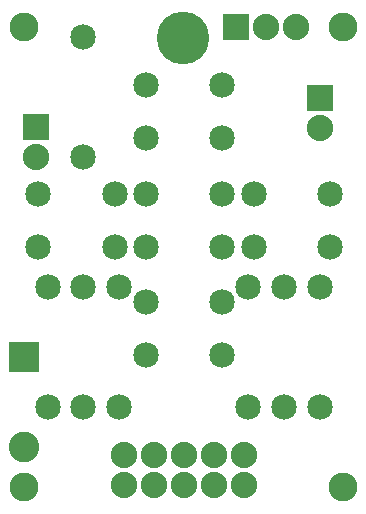
<source format=gts>
G04 MADE WITH FRITZING*
G04 WWW.FRITZING.ORG*
G04 DOUBLE SIDED*
G04 HOLES PLATED*
G04 CONTOUR ON CENTER OF CONTOUR VECTOR*
%ASAXBY*%
%FSLAX23Y23*%
%MOIN*%
%OFA0B0*%
%SFA1.0B1.0*%
%ADD10C,0.088000*%
%ADD11C,0.085000*%
%ADD12C,0.096614*%
%ADD13C,0.175354*%
%ADD14C,0.102000*%
%ADD15R,0.088000X0.088000*%
%ADD16R,0.102000X0.102000*%
%LNMASK1*%
G90*
G70*
G54D10*
X118Y1281D03*
X118Y1181D03*
G54D11*
X275Y1181D03*
X275Y1581D03*
G54D10*
X784Y1614D03*
X884Y1614D03*
X984Y1614D03*
X1063Y1378D03*
X1063Y1278D03*
X411Y86D03*
X511Y86D03*
X611Y86D03*
X711Y86D03*
X811Y86D03*
X411Y86D03*
X511Y86D03*
X611Y86D03*
X711Y86D03*
X811Y86D03*
X811Y186D03*
X711Y186D03*
X611Y186D03*
X511Y186D03*
X411Y186D03*
G54D12*
X78Y1614D03*
X1141Y1614D03*
X78Y79D03*
X1141Y79D03*
G54D13*
X609Y1575D03*
G54D11*
X483Y1420D03*
X739Y1420D03*
X483Y1242D03*
X739Y1242D03*
X380Y880D03*
X124Y880D03*
X380Y1057D03*
X124Y1057D03*
X483Y698D03*
X739Y698D03*
X483Y521D03*
X739Y521D03*
X1099Y881D03*
X843Y881D03*
X1099Y1058D03*
X843Y1058D03*
X739Y881D03*
X483Y881D03*
X739Y1058D03*
X483Y1058D03*
X157Y748D03*
X157Y348D03*
X275Y748D03*
X275Y348D03*
X1063Y748D03*
X1063Y348D03*
X945Y748D03*
X945Y348D03*
X826Y748D03*
X826Y348D03*
X393Y748D03*
X393Y348D03*
G54D14*
X78Y512D03*
X78Y212D03*
G54D15*
X118Y1281D03*
X784Y1614D03*
X1063Y1378D03*
G54D16*
X78Y512D03*
G04 End of Mask1*
M02*
</source>
